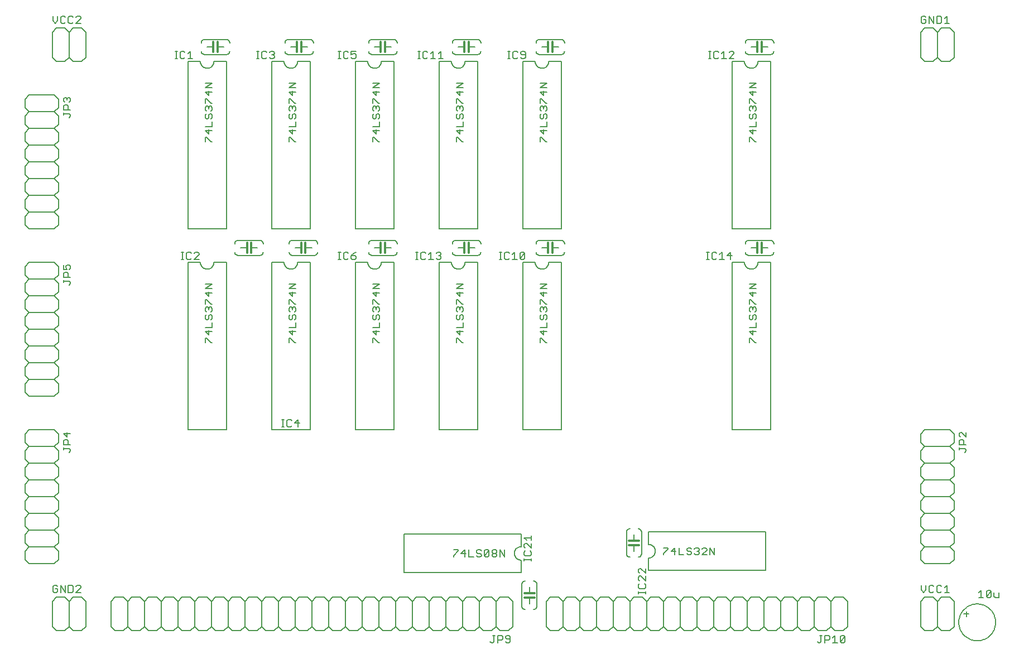
<source format=gto>
G75*
%MOIN*%
%OFA0B0*%
%FSLAX24Y24*%
%IPPOS*%
%LPD*%
%AMOC8*
5,1,8,0,0,1.08239X$1,22.5*
%
%ADD10C,0.0080*%
%ADD11C,0.0120*%
D10*
X006890Y006015D02*
X006890Y007515D01*
X007140Y007765D01*
X007640Y007765D01*
X007890Y007515D01*
X007890Y006015D01*
X008140Y005765D01*
X008640Y005765D01*
X008890Y006015D01*
X008890Y007515D01*
X008640Y007765D01*
X008140Y007765D01*
X007890Y007515D01*
X007851Y008055D02*
X008061Y008055D01*
X008131Y008125D01*
X008131Y008405D01*
X008061Y008475D01*
X007851Y008475D01*
X007851Y008055D01*
X007671Y008055D02*
X007671Y008475D01*
X007390Y008475D02*
X007671Y008055D01*
X007390Y008055D02*
X007390Y008475D01*
X007210Y008405D02*
X007140Y008475D01*
X007000Y008475D01*
X006930Y008405D01*
X006930Y008125D01*
X007000Y008055D01*
X007140Y008055D01*
X007210Y008125D01*
X007210Y008265D01*
X007070Y008265D01*
X008311Y008405D02*
X008381Y008475D01*
X008521Y008475D01*
X008591Y008405D01*
X008591Y008335D01*
X008311Y008055D01*
X008591Y008055D01*
X010390Y007515D02*
X010390Y006015D01*
X010640Y005765D01*
X011140Y005765D01*
X011390Y006015D01*
X011390Y007515D01*
X011140Y007765D01*
X010640Y007765D01*
X010390Y007515D01*
X011390Y007515D02*
X011640Y007765D01*
X012140Y007765D01*
X012390Y007515D01*
X012390Y006015D01*
X012140Y005765D01*
X011640Y005765D01*
X011390Y006015D01*
X012390Y006015D02*
X012640Y005765D01*
X013140Y005765D01*
X013390Y006015D01*
X013390Y007515D01*
X013140Y007765D01*
X012640Y007765D01*
X012390Y007515D01*
X013390Y007515D02*
X013640Y007765D01*
X014140Y007765D01*
X014390Y007515D01*
X014390Y006015D01*
X014140Y005765D01*
X013640Y005765D01*
X013390Y006015D01*
X014390Y006015D02*
X014640Y005765D01*
X015140Y005765D01*
X015390Y006015D01*
X015390Y007515D01*
X015140Y007765D01*
X014640Y007765D01*
X014390Y007515D01*
X015390Y007515D02*
X015640Y007765D01*
X016140Y007765D01*
X016390Y007515D01*
X016390Y006015D01*
X016140Y005765D01*
X015640Y005765D01*
X015390Y006015D01*
X016390Y006015D02*
X016640Y005765D01*
X017140Y005765D01*
X017390Y006015D01*
X017390Y007515D01*
X017640Y007765D01*
X018140Y007765D01*
X018390Y007515D01*
X018390Y006015D01*
X018140Y005765D01*
X017640Y005765D01*
X017390Y006015D01*
X018390Y006015D02*
X018640Y005765D01*
X019140Y005765D01*
X019390Y006015D01*
X019390Y007515D01*
X019640Y007765D01*
X020140Y007765D01*
X020390Y007515D01*
X020390Y006015D01*
X020140Y005765D01*
X019640Y005765D01*
X019390Y006015D01*
X020390Y006015D02*
X020640Y005765D01*
X021140Y005765D01*
X021390Y006015D01*
X021390Y007515D01*
X021640Y007765D01*
X022140Y007765D01*
X022390Y007515D01*
X022390Y006015D01*
X022140Y005765D01*
X021640Y005765D01*
X021390Y006015D01*
X022390Y006015D02*
X022640Y005765D01*
X023140Y005765D01*
X023390Y006015D01*
X023390Y007515D01*
X023640Y007765D01*
X024140Y007765D01*
X024390Y007515D01*
X024390Y006015D01*
X024140Y005765D01*
X023640Y005765D01*
X023390Y006015D01*
X024390Y006015D02*
X024640Y005765D01*
X025140Y005765D01*
X025390Y006015D01*
X025390Y007515D01*
X025640Y007765D01*
X026140Y007765D01*
X026390Y007515D01*
X026390Y006015D01*
X026140Y005765D01*
X025640Y005765D01*
X025390Y006015D01*
X026390Y006015D02*
X026640Y005765D01*
X027140Y005765D01*
X027390Y006015D01*
X027390Y007515D01*
X027640Y007765D01*
X028140Y007765D01*
X028390Y007515D01*
X028390Y006015D01*
X028140Y005765D01*
X027640Y005765D01*
X027390Y006015D01*
X028390Y006015D02*
X028640Y005765D01*
X029140Y005765D01*
X029390Y006015D01*
X029390Y007515D01*
X029140Y007765D01*
X028640Y007765D01*
X028390Y007515D01*
X029390Y007515D02*
X029640Y007765D01*
X030140Y007765D01*
X030390Y007515D01*
X030390Y006015D01*
X030140Y005765D01*
X029640Y005765D01*
X029390Y006015D01*
X030390Y006015D02*
X030640Y005765D01*
X031140Y005765D01*
X031390Y006015D01*
X031390Y007515D01*
X031140Y007765D01*
X030640Y007765D01*
X030390Y007515D01*
X031390Y007515D02*
X031640Y007765D01*
X032140Y007765D01*
X032390Y007515D01*
X032390Y006015D01*
X032140Y005765D01*
X031640Y005765D01*
X031390Y006015D01*
X032390Y006015D02*
X032640Y005765D01*
X033140Y005765D01*
X033390Y006015D01*
X033390Y007515D01*
X033140Y007765D01*
X032640Y007765D01*
X032390Y007515D01*
X033390Y007515D02*
X033640Y007765D01*
X034140Y007765D01*
X034390Y007515D01*
X034390Y006015D01*
X034140Y005765D01*
X033640Y005765D01*
X033390Y006015D01*
X033329Y005475D02*
X033189Y005475D01*
X033259Y005475D02*
X033259Y005125D01*
X033189Y005055D01*
X033119Y005055D01*
X033049Y005125D01*
X033509Y005055D02*
X033509Y005475D01*
X033719Y005475D01*
X033789Y005405D01*
X033789Y005265D01*
X033719Y005195D01*
X033509Y005195D01*
X033970Y005125D02*
X034040Y005055D01*
X034180Y005055D01*
X034250Y005125D01*
X034250Y005405D01*
X034180Y005475D01*
X034040Y005475D01*
X033970Y005405D01*
X033970Y005335D01*
X034040Y005265D01*
X034250Y005265D01*
X036390Y006015D02*
X036390Y007515D01*
X036640Y007765D01*
X037140Y007765D01*
X037390Y007515D01*
X037390Y006015D01*
X037140Y005765D01*
X036640Y005765D01*
X036390Y006015D01*
X037390Y006015D02*
X037640Y005765D01*
X038140Y005765D01*
X038390Y006015D01*
X038390Y007515D01*
X038140Y007765D01*
X037640Y007765D01*
X037390Y007515D01*
X038390Y007515D02*
X038640Y007765D01*
X039140Y007765D01*
X039390Y007515D01*
X039390Y006015D01*
X039140Y005765D01*
X038640Y005765D01*
X038390Y006015D01*
X039390Y006015D02*
X039640Y005765D01*
X040140Y005765D01*
X040390Y006015D01*
X040390Y007515D01*
X040640Y007765D01*
X041140Y007765D01*
X041390Y007515D01*
X041390Y006015D01*
X041140Y005765D01*
X040640Y005765D01*
X040390Y006015D01*
X041390Y006015D02*
X041640Y005765D01*
X042140Y005765D01*
X042390Y006015D01*
X042390Y007515D01*
X042640Y007765D01*
X043140Y007765D01*
X043390Y007515D01*
X043390Y006015D01*
X043140Y005765D01*
X042640Y005765D01*
X042390Y006015D01*
X043390Y006015D02*
X043640Y005765D01*
X044140Y005765D01*
X044390Y006015D01*
X044390Y007515D01*
X044640Y007765D01*
X045140Y007765D01*
X045390Y007515D01*
X045390Y006015D01*
X045140Y005765D01*
X044640Y005765D01*
X044390Y006015D01*
X045390Y006015D02*
X045640Y005765D01*
X046140Y005765D01*
X046390Y006015D01*
X046390Y007515D01*
X046640Y007765D01*
X047140Y007765D01*
X047390Y007515D01*
X047390Y006015D01*
X047140Y005765D01*
X046640Y005765D01*
X046390Y006015D01*
X047390Y006015D02*
X047640Y005765D01*
X048140Y005765D01*
X048390Y006015D01*
X048390Y007515D01*
X048140Y007765D01*
X047640Y007765D01*
X047390Y007515D01*
X046390Y007515D02*
X046140Y007765D01*
X045640Y007765D01*
X045390Y007515D01*
X044390Y007515D02*
X044140Y007765D01*
X043640Y007765D01*
X043390Y007515D01*
X042390Y007515D02*
X042140Y007765D01*
X041640Y007765D01*
X041390Y007515D01*
X041905Y007980D02*
X041905Y008120D01*
X041905Y008050D02*
X042325Y008050D01*
X042325Y007980D02*
X042325Y008120D01*
X042255Y008287D02*
X042325Y008357D01*
X042325Y008497D01*
X042255Y008567D01*
X042325Y008747D02*
X042045Y009028D01*
X041975Y009028D01*
X041905Y008958D01*
X041905Y008817D01*
X041975Y008747D01*
X041975Y008567D02*
X041905Y008497D01*
X041905Y008357D01*
X041975Y008287D01*
X042255Y008287D01*
X042325Y008747D02*
X042325Y009028D01*
X042325Y009208D02*
X042045Y009488D01*
X041975Y009488D01*
X041905Y009418D01*
X041905Y009278D01*
X041975Y009208D01*
X042325Y009208D02*
X042325Y009488D01*
X042515Y009365D02*
X042515Y010115D01*
X042554Y010117D01*
X042593Y010123D01*
X042631Y010132D01*
X042668Y010145D01*
X042704Y010162D01*
X042737Y010182D01*
X042769Y010206D01*
X042798Y010232D01*
X042824Y010261D01*
X042848Y010293D01*
X042868Y010326D01*
X042885Y010362D01*
X042898Y010399D01*
X042907Y010437D01*
X042913Y010476D01*
X042915Y010515D01*
X042913Y010554D01*
X042907Y010593D01*
X042898Y010631D01*
X042885Y010668D01*
X042868Y010704D01*
X042848Y010737D01*
X042824Y010769D01*
X042798Y010798D01*
X042769Y010824D01*
X042737Y010848D01*
X042704Y010868D01*
X042668Y010885D01*
X042631Y010898D01*
X042593Y010907D01*
X042554Y010913D01*
X042515Y010915D01*
X042515Y011665D01*
X049515Y011665D01*
X049515Y009365D01*
X042515Y009365D01*
X042090Y010365D02*
X042090Y011665D01*
X042088Y011691D01*
X042083Y011717D01*
X042075Y011742D01*
X042063Y011765D01*
X042049Y011787D01*
X042031Y011806D01*
X042012Y011824D01*
X041990Y011838D01*
X041967Y011850D01*
X041942Y011858D01*
X041916Y011863D01*
X041890Y011865D01*
X041640Y011515D02*
X041640Y011135D01*
X041640Y010885D02*
X041640Y010515D01*
X041390Y010165D02*
X041364Y010167D01*
X041338Y010172D01*
X041313Y010180D01*
X041290Y010192D01*
X041268Y010206D01*
X041249Y010224D01*
X041231Y010243D01*
X041217Y010265D01*
X041205Y010288D01*
X041197Y010313D01*
X041192Y010339D01*
X041190Y010365D01*
X041190Y011665D01*
X041192Y011691D01*
X041197Y011717D01*
X041205Y011742D01*
X041217Y011765D01*
X041231Y011787D01*
X041249Y011806D01*
X041268Y011824D01*
X041290Y011838D01*
X041313Y011850D01*
X041338Y011858D01*
X041364Y011863D01*
X041390Y011865D01*
X043405Y010725D02*
X043685Y010725D01*
X043685Y010655D01*
X043405Y010375D01*
X043405Y010305D01*
X043865Y010515D02*
X044146Y010515D01*
X044076Y010305D02*
X044076Y010725D01*
X043865Y010515D01*
X044326Y010305D02*
X044606Y010305D01*
X044786Y010375D02*
X044856Y010305D01*
X044996Y010305D01*
X045066Y010375D01*
X045066Y010445D01*
X044996Y010515D01*
X044856Y010515D01*
X044786Y010585D01*
X044786Y010655D01*
X044856Y010725D01*
X044996Y010725D01*
X045066Y010655D01*
X045247Y010655D02*
X045317Y010725D01*
X045457Y010725D01*
X045527Y010655D01*
X045527Y010585D01*
X045457Y010515D01*
X045527Y010445D01*
X045527Y010375D01*
X045457Y010305D01*
X045317Y010305D01*
X045247Y010375D01*
X045387Y010515D02*
X045457Y010515D01*
X045707Y010655D02*
X045777Y010725D01*
X045917Y010725D01*
X045987Y010655D01*
X045987Y010585D01*
X045707Y010305D01*
X045987Y010305D01*
X046167Y010305D02*
X046167Y010725D01*
X046448Y010305D01*
X046448Y010725D01*
X044326Y010725D02*
X044326Y010305D01*
X042090Y010365D02*
X042088Y010339D01*
X042083Y010313D01*
X042075Y010288D01*
X042063Y010265D01*
X042049Y010243D01*
X042031Y010224D01*
X042012Y010206D01*
X041990Y010192D01*
X041967Y010180D01*
X041942Y010172D01*
X041916Y010167D01*
X041890Y010165D01*
X040140Y007765D02*
X039640Y007765D01*
X039390Y007515D01*
X040140Y007765D02*
X040390Y007515D01*
X035840Y007240D02*
X035840Y008540D01*
X035838Y008566D01*
X035833Y008592D01*
X035825Y008617D01*
X035813Y008640D01*
X035799Y008662D01*
X035781Y008681D01*
X035762Y008699D01*
X035740Y008713D01*
X035717Y008725D01*
X035692Y008733D01*
X035666Y008738D01*
X035640Y008740D01*
X035390Y008390D02*
X035390Y008010D01*
X035390Y007760D02*
X035390Y007390D01*
X035140Y007040D02*
X035114Y007042D01*
X035088Y007047D01*
X035063Y007055D01*
X035040Y007067D01*
X035018Y007081D01*
X034999Y007099D01*
X034981Y007118D01*
X034967Y007140D01*
X034955Y007163D01*
X034947Y007188D01*
X034942Y007214D01*
X034940Y007240D01*
X034940Y008540D01*
X034942Y008566D01*
X034947Y008592D01*
X034955Y008617D01*
X034967Y008640D01*
X034981Y008662D01*
X034999Y008681D01*
X035018Y008699D01*
X035040Y008713D01*
X035063Y008725D01*
X035088Y008733D01*
X035114Y008738D01*
X035140Y008740D01*
X034890Y009240D02*
X034890Y009990D01*
X035080Y010012D02*
X035500Y010012D01*
X035500Y009942D02*
X035500Y010082D01*
X035430Y010249D02*
X035500Y010319D01*
X035500Y010459D01*
X035430Y010529D01*
X035500Y010709D02*
X035220Y010989D01*
X035150Y010989D01*
X035080Y010919D01*
X035080Y010779D01*
X035150Y010709D01*
X035150Y010529D02*
X035080Y010459D01*
X035080Y010319D01*
X035150Y010249D01*
X035430Y010249D01*
X035080Y010082D02*
X035080Y009942D01*
X034890Y009990D02*
X034851Y009992D01*
X034812Y009998D01*
X034774Y010007D01*
X034737Y010020D01*
X034701Y010037D01*
X034668Y010057D01*
X034636Y010081D01*
X034607Y010107D01*
X034581Y010136D01*
X034557Y010168D01*
X034537Y010201D01*
X034520Y010237D01*
X034507Y010274D01*
X034498Y010312D01*
X034492Y010351D01*
X034490Y010390D01*
X034492Y010429D01*
X034498Y010468D01*
X034507Y010506D01*
X034520Y010543D01*
X034537Y010579D01*
X034557Y010612D01*
X034581Y010644D01*
X034607Y010673D01*
X034636Y010699D01*
X034668Y010723D01*
X034701Y010743D01*
X034737Y010760D01*
X034774Y010773D01*
X034812Y010782D01*
X034851Y010788D01*
X034890Y010790D01*
X034890Y011540D01*
X027890Y011540D01*
X027890Y009240D01*
X034890Y009240D01*
X033900Y010180D02*
X033900Y010600D01*
X033620Y010600D02*
X033900Y010180D01*
X033620Y010180D02*
X033620Y010600D01*
X033439Y010530D02*
X033439Y010460D01*
X033369Y010390D01*
X033229Y010390D01*
X033159Y010460D01*
X033159Y010530D01*
X033229Y010600D01*
X033369Y010600D01*
X033439Y010530D01*
X033369Y010390D02*
X033439Y010320D01*
X033439Y010250D01*
X033369Y010180D01*
X033229Y010180D01*
X033159Y010250D01*
X033159Y010320D01*
X033229Y010390D01*
X032979Y010250D02*
X032909Y010180D01*
X032769Y010180D01*
X032699Y010250D01*
X032979Y010530D01*
X032979Y010250D01*
X032699Y010250D02*
X032699Y010530D01*
X032769Y010600D01*
X032909Y010600D01*
X032979Y010530D01*
X032519Y010530D02*
X032449Y010600D01*
X032308Y010600D01*
X032238Y010530D01*
X032238Y010460D01*
X032308Y010390D01*
X032449Y010390D01*
X032519Y010320D01*
X032519Y010250D01*
X032449Y010180D01*
X032308Y010180D01*
X032238Y010250D01*
X032058Y010180D02*
X031778Y010180D01*
X031778Y010600D01*
X031528Y010600D02*
X031318Y010390D01*
X031598Y010390D01*
X031528Y010180D02*
X031528Y010600D01*
X031137Y010600D02*
X031137Y010530D01*
X030857Y010250D01*
X030857Y010180D01*
X030857Y010600D02*
X031137Y010600D01*
X035080Y011310D02*
X035500Y011310D01*
X035500Y011170D02*
X035500Y011450D01*
X035220Y011170D02*
X035080Y011310D01*
X035500Y010989D02*
X035500Y010709D01*
X035840Y007240D02*
X035838Y007214D01*
X035833Y007188D01*
X035825Y007163D01*
X035813Y007140D01*
X035799Y007118D01*
X035781Y007099D01*
X035762Y007081D01*
X035740Y007067D01*
X035717Y007055D01*
X035692Y007047D01*
X035666Y007042D01*
X035640Y007040D01*
X027390Y007515D02*
X027140Y007765D01*
X026640Y007765D01*
X026390Y007515D01*
X025390Y007515D02*
X025140Y007765D01*
X024640Y007765D01*
X024390Y007515D01*
X023390Y007515D02*
X023140Y007765D01*
X022640Y007765D01*
X022390Y007515D01*
X021390Y007515D02*
X021140Y007765D01*
X020640Y007765D01*
X020390Y007515D01*
X019390Y007515D02*
X019140Y007765D01*
X018640Y007765D01*
X018390Y007515D01*
X017390Y007515D02*
X017140Y007765D01*
X016640Y007765D01*
X016390Y007515D01*
X007890Y006015D02*
X007640Y005765D01*
X007140Y005765D01*
X006890Y006015D01*
X007015Y009765D02*
X005515Y009765D01*
X005265Y010015D01*
X005265Y010515D01*
X005515Y010765D01*
X007015Y010765D01*
X007265Y010515D01*
X007265Y010015D01*
X007015Y009765D01*
X007015Y010765D02*
X007265Y011015D01*
X007265Y011515D01*
X007015Y011765D01*
X005515Y011765D01*
X005265Y011515D01*
X005265Y011015D01*
X005515Y010765D01*
X005515Y011765D02*
X005265Y012015D01*
X005265Y012515D01*
X005515Y012765D01*
X007015Y012765D01*
X007265Y012515D01*
X007265Y012015D01*
X007015Y011765D01*
X007015Y012765D02*
X007265Y013015D01*
X007265Y013515D01*
X007015Y013765D01*
X005515Y013765D01*
X005265Y013515D01*
X005265Y013015D01*
X005515Y012765D01*
X005515Y013765D02*
X005265Y014015D01*
X005265Y014515D01*
X005515Y014765D01*
X007015Y014765D01*
X007265Y014515D01*
X007265Y014015D01*
X007015Y013765D01*
X007015Y014765D02*
X007265Y015015D01*
X007265Y015515D01*
X007015Y015765D01*
X005515Y015765D01*
X005265Y015515D01*
X005265Y015015D01*
X005515Y014765D01*
X005515Y015765D02*
X005265Y016015D01*
X005265Y016515D01*
X005515Y016765D01*
X007015Y016765D01*
X007265Y016515D01*
X007265Y016015D01*
X007015Y015765D01*
X007555Y016564D02*
X007555Y016704D01*
X007555Y016634D02*
X007905Y016634D01*
X007975Y016564D01*
X007975Y016494D01*
X007905Y016424D01*
X007975Y016884D02*
X007555Y016884D01*
X007555Y017094D01*
X007625Y017164D01*
X007765Y017164D01*
X007835Y017094D01*
X007835Y016884D01*
X007765Y017345D02*
X007765Y017625D01*
X007975Y017555D02*
X007555Y017555D01*
X007765Y017345D01*
X007265Y017515D02*
X007015Y017765D01*
X005515Y017765D01*
X005265Y017515D01*
X005265Y017015D01*
X005515Y016765D01*
X007015Y016765D02*
X007265Y017015D01*
X007265Y017515D01*
X007015Y019765D02*
X005515Y019765D01*
X005265Y020015D01*
X005265Y020515D01*
X005515Y020765D01*
X007015Y020765D01*
X007265Y020515D01*
X007265Y020015D01*
X007015Y019765D01*
X007015Y020765D02*
X007265Y021015D01*
X007265Y021515D01*
X007015Y021765D01*
X005515Y021765D01*
X005265Y021515D01*
X005265Y021015D01*
X005515Y020765D01*
X005515Y021765D02*
X005265Y022015D01*
X005265Y022515D01*
X005515Y022765D01*
X007015Y022765D01*
X007265Y022515D01*
X007265Y022015D01*
X007015Y021765D01*
X007015Y022765D02*
X007265Y023015D01*
X007265Y023515D01*
X007015Y023765D01*
X005515Y023765D01*
X005265Y023515D01*
X005265Y023015D01*
X005515Y022765D01*
X005515Y023765D02*
X005265Y024015D01*
X005265Y024515D01*
X005515Y024765D01*
X007015Y024765D01*
X007265Y024515D01*
X007265Y024015D01*
X007015Y023765D01*
X007015Y024765D02*
X007265Y025015D01*
X007265Y025515D01*
X007015Y025765D01*
X005515Y025765D01*
X005265Y025515D01*
X005265Y025015D01*
X005515Y024765D01*
X005515Y025765D02*
X005265Y026015D01*
X005265Y026515D01*
X005515Y026765D01*
X007015Y026765D01*
X007265Y026515D01*
X007265Y026015D01*
X007015Y025765D01*
X007555Y026564D02*
X007555Y026704D01*
X007555Y026634D02*
X007905Y026634D01*
X007975Y026564D01*
X007975Y026494D01*
X007905Y026424D01*
X007975Y026884D02*
X007555Y026884D01*
X007555Y027094D01*
X007625Y027164D01*
X007765Y027164D01*
X007835Y027094D01*
X007835Y026884D01*
X007905Y027345D02*
X007975Y027415D01*
X007975Y027555D01*
X007905Y027625D01*
X007765Y027625D01*
X007695Y027555D01*
X007695Y027485D01*
X007765Y027345D01*
X007555Y027345D01*
X007555Y027625D01*
X007265Y027515D02*
X007265Y027015D01*
X007015Y026765D01*
X007265Y027515D02*
X007015Y027765D01*
X005515Y027765D01*
X005265Y027515D01*
X005265Y027015D01*
X005515Y026765D01*
X005515Y029765D02*
X007015Y029765D01*
X007265Y030015D01*
X007265Y030515D01*
X007015Y030765D01*
X005515Y030765D01*
X005265Y030515D01*
X005265Y030015D01*
X005515Y029765D01*
X005515Y030765D02*
X005265Y031015D01*
X005265Y031515D01*
X005515Y031765D01*
X007015Y031765D01*
X007265Y031515D01*
X007265Y031015D01*
X007015Y030765D01*
X007015Y031765D02*
X007265Y032015D01*
X007265Y032515D01*
X007015Y032765D01*
X005515Y032765D01*
X005265Y032515D01*
X005265Y032015D01*
X005515Y031765D01*
X005515Y032765D02*
X005265Y033015D01*
X005265Y033515D01*
X005515Y033765D01*
X007015Y033765D01*
X007265Y033515D01*
X007265Y033015D01*
X007015Y032765D01*
X007015Y033765D02*
X007265Y034015D01*
X007265Y034515D01*
X007015Y034765D01*
X005515Y034765D01*
X005265Y034515D01*
X005265Y034015D01*
X005515Y033765D01*
X005515Y034765D02*
X005265Y035015D01*
X005265Y035515D01*
X005515Y035765D01*
X007015Y035765D01*
X007265Y035515D01*
X007265Y035015D01*
X007015Y034765D01*
X007015Y035765D02*
X007265Y036015D01*
X007265Y036515D01*
X007015Y036765D01*
X005515Y036765D01*
X005265Y036515D01*
X005265Y036015D01*
X005515Y035765D01*
X005515Y036765D02*
X005265Y037015D01*
X005265Y037515D01*
X005515Y037765D01*
X007015Y037765D01*
X007265Y037515D01*
X007265Y037015D01*
X007015Y036765D01*
X007555Y036704D02*
X007555Y036564D01*
X007555Y036634D02*
X007905Y036634D01*
X007975Y036564D01*
X007975Y036494D01*
X007905Y036424D01*
X007975Y036884D02*
X007555Y036884D01*
X007555Y037094D01*
X007625Y037164D01*
X007765Y037164D01*
X007835Y037094D01*
X007835Y036884D01*
X007905Y037345D02*
X007975Y037415D01*
X007975Y037555D01*
X007905Y037625D01*
X007835Y037625D01*
X007765Y037555D01*
X007765Y037485D01*
X007765Y037555D02*
X007695Y037625D01*
X007625Y037625D01*
X007555Y037555D01*
X007555Y037415D01*
X007625Y037345D01*
X007640Y039765D02*
X007140Y039765D01*
X006890Y040015D01*
X006890Y041515D01*
X007140Y041765D01*
X007640Y041765D01*
X007890Y041515D01*
X007890Y040015D01*
X008140Y039765D01*
X008640Y039765D01*
X008890Y040015D01*
X008890Y041515D01*
X008640Y041765D01*
X008140Y041765D01*
X007890Y041515D01*
X007921Y042055D02*
X008061Y042055D01*
X008131Y042125D01*
X008311Y042055D02*
X008591Y042335D01*
X008591Y042405D01*
X008521Y042475D01*
X008381Y042475D01*
X008311Y042405D01*
X008131Y042405D02*
X008061Y042475D01*
X007921Y042475D01*
X007851Y042405D01*
X007851Y042125D01*
X007921Y042055D01*
X007671Y042125D02*
X007601Y042055D01*
X007460Y042055D01*
X007390Y042125D01*
X007390Y042405D01*
X007460Y042475D01*
X007601Y042475D01*
X007671Y042405D01*
X007210Y042475D02*
X007210Y042195D01*
X007070Y042055D01*
X006930Y042195D01*
X006930Y042475D01*
X008311Y042055D02*
X008591Y042055D01*
X007890Y040015D02*
X007640Y039765D01*
X014230Y039955D02*
X014370Y039955D01*
X014300Y039955D02*
X014300Y040375D01*
X014230Y040375D02*
X014370Y040375D01*
X014537Y040305D02*
X014537Y040025D01*
X014607Y039955D01*
X014747Y039955D01*
X014817Y040025D01*
X014997Y039955D02*
X015278Y039955D01*
X015137Y039955D02*
X015137Y040375D01*
X014997Y040235D01*
X014817Y040305D02*
X014747Y040375D01*
X014607Y040375D01*
X014537Y040305D01*
X014990Y039765D02*
X015740Y039765D01*
X015742Y039726D01*
X015748Y039687D01*
X015757Y039649D01*
X015770Y039612D01*
X015787Y039576D01*
X015807Y039543D01*
X015831Y039511D01*
X015857Y039482D01*
X015886Y039456D01*
X015918Y039432D01*
X015951Y039412D01*
X015987Y039395D01*
X016024Y039382D01*
X016062Y039373D01*
X016101Y039367D01*
X016140Y039365D01*
X016179Y039367D01*
X016218Y039373D01*
X016256Y039382D01*
X016293Y039395D01*
X016329Y039412D01*
X016362Y039432D01*
X016394Y039456D01*
X016423Y039482D01*
X016449Y039511D01*
X016473Y039543D01*
X016493Y039576D01*
X016510Y039612D01*
X016523Y039649D01*
X016532Y039687D01*
X016538Y039726D01*
X016540Y039765D01*
X017290Y039765D01*
X017290Y029765D01*
X014990Y029765D01*
X014990Y039765D01*
X015990Y040190D02*
X017290Y040190D01*
X017316Y040192D01*
X017342Y040197D01*
X017367Y040205D01*
X017390Y040217D01*
X017412Y040231D01*
X017431Y040249D01*
X017449Y040268D01*
X017463Y040290D01*
X017475Y040313D01*
X017483Y040338D01*
X017488Y040364D01*
X017490Y040390D01*
X017140Y040640D02*
X016760Y040640D01*
X016510Y040640D02*
X016140Y040640D01*
X015790Y040390D02*
X015792Y040364D01*
X015797Y040338D01*
X015805Y040313D01*
X015817Y040290D01*
X015831Y040268D01*
X015849Y040249D01*
X015868Y040231D01*
X015890Y040217D01*
X015913Y040205D01*
X015938Y040197D01*
X015964Y040192D01*
X015990Y040190D01*
X015790Y040890D02*
X015792Y040916D01*
X015797Y040942D01*
X015805Y040967D01*
X015817Y040990D01*
X015831Y041012D01*
X015849Y041031D01*
X015868Y041049D01*
X015890Y041063D01*
X015913Y041075D01*
X015938Y041083D01*
X015964Y041088D01*
X015990Y041090D01*
X017290Y041090D01*
X017316Y041088D01*
X017342Y041083D01*
X017367Y041075D01*
X017390Y041063D01*
X017412Y041049D01*
X017431Y041031D01*
X017449Y041012D01*
X017463Y040990D01*
X017475Y040967D01*
X017483Y040942D01*
X017488Y040916D01*
X017490Y040890D01*
X019105Y040375D02*
X019245Y040375D01*
X019175Y040375D02*
X019175Y039955D01*
X019105Y039955D02*
X019245Y039955D01*
X019412Y040025D02*
X019482Y039955D01*
X019622Y039955D01*
X019692Y040025D01*
X019872Y040025D02*
X019942Y039955D01*
X020083Y039955D01*
X020153Y040025D01*
X020153Y040095D01*
X020083Y040165D01*
X020012Y040165D01*
X020083Y040165D02*
X020153Y040235D01*
X020153Y040305D01*
X020083Y040375D01*
X019942Y040375D01*
X019872Y040305D01*
X019692Y040305D02*
X019622Y040375D01*
X019482Y040375D01*
X019412Y040305D01*
X019412Y040025D01*
X019990Y039765D02*
X020740Y039765D01*
X020742Y039726D01*
X020748Y039687D01*
X020757Y039649D01*
X020770Y039612D01*
X020787Y039576D01*
X020807Y039543D01*
X020831Y039511D01*
X020857Y039482D01*
X020886Y039456D01*
X020918Y039432D01*
X020951Y039412D01*
X020987Y039395D01*
X021024Y039382D01*
X021062Y039373D01*
X021101Y039367D01*
X021140Y039365D01*
X021179Y039367D01*
X021218Y039373D01*
X021256Y039382D01*
X021293Y039395D01*
X021329Y039412D01*
X021362Y039432D01*
X021394Y039456D01*
X021423Y039482D01*
X021449Y039511D01*
X021473Y039543D01*
X021493Y039576D01*
X021510Y039612D01*
X021523Y039649D01*
X021532Y039687D01*
X021538Y039726D01*
X021540Y039765D01*
X022290Y039765D01*
X022290Y029765D01*
X019990Y029765D01*
X019990Y039765D01*
X020990Y040190D02*
X022290Y040190D01*
X022316Y040192D01*
X022342Y040197D01*
X022367Y040205D01*
X022390Y040217D01*
X022412Y040231D01*
X022431Y040249D01*
X022449Y040268D01*
X022463Y040290D01*
X022475Y040313D01*
X022483Y040338D01*
X022488Y040364D01*
X022490Y040390D01*
X022140Y040640D02*
X021760Y040640D01*
X021510Y040640D02*
X021140Y040640D01*
X020790Y040390D02*
X020792Y040364D01*
X020797Y040338D01*
X020805Y040313D01*
X020817Y040290D01*
X020831Y040268D01*
X020849Y040249D01*
X020868Y040231D01*
X020890Y040217D01*
X020913Y040205D01*
X020938Y040197D01*
X020964Y040192D01*
X020990Y040190D01*
X020790Y040890D02*
X020792Y040916D01*
X020797Y040942D01*
X020805Y040967D01*
X020817Y040990D01*
X020831Y041012D01*
X020849Y041031D01*
X020868Y041049D01*
X020890Y041063D01*
X020913Y041075D01*
X020938Y041083D01*
X020964Y041088D01*
X020990Y041090D01*
X022290Y041090D01*
X022316Y041088D01*
X022342Y041083D01*
X022367Y041075D01*
X022390Y041063D01*
X022412Y041049D01*
X022431Y041031D01*
X022449Y041012D01*
X022463Y040990D01*
X022475Y040967D01*
X022483Y040942D01*
X022488Y040916D01*
X022490Y040890D01*
X023980Y040375D02*
X024120Y040375D01*
X024050Y040375D02*
X024050Y039955D01*
X023980Y039955D02*
X024120Y039955D01*
X024287Y040025D02*
X024357Y039955D01*
X024497Y039955D01*
X024567Y040025D01*
X024747Y040025D02*
X024817Y039955D01*
X024958Y039955D01*
X025028Y040025D01*
X025028Y040165D01*
X024958Y040235D01*
X024887Y040235D01*
X024747Y040165D01*
X024747Y040375D01*
X025028Y040375D01*
X024567Y040305D02*
X024497Y040375D01*
X024357Y040375D01*
X024287Y040305D01*
X024287Y040025D01*
X024990Y039765D02*
X025740Y039765D01*
X025742Y039726D01*
X025748Y039687D01*
X025757Y039649D01*
X025770Y039612D01*
X025787Y039576D01*
X025807Y039543D01*
X025831Y039511D01*
X025857Y039482D01*
X025886Y039456D01*
X025918Y039432D01*
X025951Y039412D01*
X025987Y039395D01*
X026024Y039382D01*
X026062Y039373D01*
X026101Y039367D01*
X026140Y039365D01*
X026179Y039367D01*
X026218Y039373D01*
X026256Y039382D01*
X026293Y039395D01*
X026329Y039412D01*
X026362Y039432D01*
X026394Y039456D01*
X026423Y039482D01*
X026449Y039511D01*
X026473Y039543D01*
X026493Y039576D01*
X026510Y039612D01*
X026523Y039649D01*
X026532Y039687D01*
X026538Y039726D01*
X026540Y039765D01*
X027290Y039765D01*
X027290Y029765D01*
X024990Y029765D01*
X024990Y039765D01*
X025990Y040190D02*
X027290Y040190D01*
X027316Y040192D01*
X027342Y040197D01*
X027367Y040205D01*
X027390Y040217D01*
X027412Y040231D01*
X027431Y040249D01*
X027449Y040268D01*
X027463Y040290D01*
X027475Y040313D01*
X027483Y040338D01*
X027488Y040364D01*
X027490Y040390D01*
X027140Y040640D02*
X026760Y040640D01*
X026510Y040640D02*
X026140Y040640D01*
X025790Y040390D02*
X025792Y040364D01*
X025797Y040338D01*
X025805Y040313D01*
X025817Y040290D01*
X025831Y040268D01*
X025849Y040249D01*
X025868Y040231D01*
X025890Y040217D01*
X025913Y040205D01*
X025938Y040197D01*
X025964Y040192D01*
X025990Y040190D01*
X025790Y040890D02*
X025792Y040916D01*
X025797Y040942D01*
X025805Y040967D01*
X025817Y040990D01*
X025831Y041012D01*
X025849Y041031D01*
X025868Y041049D01*
X025890Y041063D01*
X025913Y041075D01*
X025938Y041083D01*
X025964Y041088D01*
X025990Y041090D01*
X027290Y041090D01*
X027316Y041088D01*
X027342Y041083D01*
X027367Y041075D01*
X027390Y041063D01*
X027412Y041049D01*
X027431Y041031D01*
X027449Y041012D01*
X027463Y040990D01*
X027475Y040967D01*
X027483Y040942D01*
X027488Y040916D01*
X027490Y040890D01*
X028730Y040375D02*
X028870Y040375D01*
X028800Y040375D02*
X028800Y039955D01*
X028730Y039955D02*
X028870Y039955D01*
X029037Y040025D02*
X029107Y039955D01*
X029247Y039955D01*
X029317Y040025D01*
X029497Y039955D02*
X029778Y039955D01*
X029637Y039955D02*
X029637Y040375D01*
X029497Y040235D01*
X029317Y040305D02*
X029247Y040375D01*
X029107Y040375D01*
X029037Y040305D01*
X029037Y040025D01*
X029958Y039955D02*
X030238Y039955D01*
X030098Y039955D02*
X030098Y040375D01*
X029958Y040235D01*
X029990Y039765D02*
X030740Y039765D01*
X030742Y039726D01*
X030748Y039687D01*
X030757Y039649D01*
X030770Y039612D01*
X030787Y039576D01*
X030807Y039543D01*
X030831Y039511D01*
X030857Y039482D01*
X030886Y039456D01*
X030918Y039432D01*
X030951Y039412D01*
X030987Y039395D01*
X031024Y039382D01*
X031062Y039373D01*
X031101Y039367D01*
X031140Y039365D01*
X031179Y039367D01*
X031218Y039373D01*
X031256Y039382D01*
X031293Y039395D01*
X031329Y039412D01*
X031362Y039432D01*
X031394Y039456D01*
X031423Y039482D01*
X031449Y039511D01*
X031473Y039543D01*
X031493Y039576D01*
X031510Y039612D01*
X031523Y039649D01*
X031532Y039687D01*
X031538Y039726D01*
X031540Y039765D01*
X032290Y039765D01*
X032290Y029765D01*
X029990Y029765D01*
X029990Y039765D01*
X030990Y040190D02*
X032290Y040190D01*
X032316Y040192D01*
X032342Y040197D01*
X032367Y040205D01*
X032390Y040217D01*
X032412Y040231D01*
X032431Y040249D01*
X032449Y040268D01*
X032463Y040290D01*
X032475Y040313D01*
X032483Y040338D01*
X032488Y040364D01*
X032490Y040390D01*
X032140Y040640D02*
X031760Y040640D01*
X031510Y040640D02*
X031140Y040640D01*
X030790Y040390D02*
X030792Y040364D01*
X030797Y040338D01*
X030805Y040313D01*
X030817Y040290D01*
X030831Y040268D01*
X030849Y040249D01*
X030868Y040231D01*
X030890Y040217D01*
X030913Y040205D01*
X030938Y040197D01*
X030964Y040192D01*
X030990Y040190D01*
X030790Y040890D02*
X030792Y040916D01*
X030797Y040942D01*
X030805Y040967D01*
X030817Y040990D01*
X030831Y041012D01*
X030849Y041031D01*
X030868Y041049D01*
X030890Y041063D01*
X030913Y041075D01*
X030938Y041083D01*
X030964Y041088D01*
X030990Y041090D01*
X032290Y041090D01*
X032316Y041088D01*
X032342Y041083D01*
X032367Y041075D01*
X032390Y041063D01*
X032412Y041049D01*
X032431Y041031D01*
X032449Y041012D01*
X032463Y040990D01*
X032475Y040967D01*
X032483Y040942D01*
X032488Y040916D01*
X032490Y040890D01*
X034105Y040375D02*
X034245Y040375D01*
X034175Y040375D02*
X034175Y039955D01*
X034105Y039955D02*
X034245Y039955D01*
X034412Y040025D02*
X034482Y039955D01*
X034622Y039955D01*
X034692Y040025D01*
X034872Y040025D02*
X034942Y039955D01*
X035083Y039955D01*
X035153Y040025D01*
X035153Y040305D01*
X035083Y040375D01*
X034942Y040375D01*
X034872Y040305D01*
X034872Y040235D01*
X034942Y040165D01*
X035153Y040165D01*
X034990Y039765D02*
X035740Y039765D01*
X035742Y039726D01*
X035748Y039687D01*
X035757Y039649D01*
X035770Y039612D01*
X035787Y039576D01*
X035807Y039543D01*
X035831Y039511D01*
X035857Y039482D01*
X035886Y039456D01*
X035918Y039432D01*
X035951Y039412D01*
X035987Y039395D01*
X036024Y039382D01*
X036062Y039373D01*
X036101Y039367D01*
X036140Y039365D01*
X036179Y039367D01*
X036218Y039373D01*
X036256Y039382D01*
X036293Y039395D01*
X036329Y039412D01*
X036362Y039432D01*
X036394Y039456D01*
X036423Y039482D01*
X036449Y039511D01*
X036473Y039543D01*
X036493Y039576D01*
X036510Y039612D01*
X036523Y039649D01*
X036532Y039687D01*
X036538Y039726D01*
X036540Y039765D01*
X037290Y039765D01*
X037290Y029765D01*
X034990Y029765D01*
X034990Y039765D01*
X034692Y040305D02*
X034622Y040375D01*
X034482Y040375D01*
X034412Y040305D01*
X034412Y040025D01*
X035990Y040190D02*
X037290Y040190D01*
X037316Y040192D01*
X037342Y040197D01*
X037367Y040205D01*
X037390Y040217D01*
X037412Y040231D01*
X037431Y040249D01*
X037449Y040268D01*
X037463Y040290D01*
X037475Y040313D01*
X037483Y040338D01*
X037488Y040364D01*
X037490Y040390D01*
X037140Y040640D02*
X036760Y040640D01*
X036510Y040640D02*
X036140Y040640D01*
X035790Y040390D02*
X035792Y040364D01*
X035797Y040338D01*
X035805Y040313D01*
X035817Y040290D01*
X035831Y040268D01*
X035849Y040249D01*
X035868Y040231D01*
X035890Y040217D01*
X035913Y040205D01*
X035938Y040197D01*
X035964Y040192D01*
X035990Y040190D01*
X035790Y040890D02*
X035792Y040916D01*
X035797Y040942D01*
X035805Y040967D01*
X035817Y040990D01*
X035831Y041012D01*
X035849Y041031D01*
X035868Y041049D01*
X035890Y041063D01*
X035913Y041075D01*
X035938Y041083D01*
X035964Y041088D01*
X035990Y041090D01*
X037290Y041090D01*
X037316Y041088D01*
X037342Y041083D01*
X037367Y041075D01*
X037390Y041063D01*
X037412Y041049D01*
X037431Y041031D01*
X037449Y041012D01*
X037463Y040990D01*
X037475Y040967D01*
X037483Y040942D01*
X037488Y040916D01*
X037490Y040890D01*
X036450Y038475D02*
X036030Y038475D01*
X036030Y038195D02*
X036450Y038475D01*
X036450Y038195D02*
X036030Y038195D01*
X036030Y037944D02*
X036240Y037734D01*
X036240Y038014D01*
X036450Y037944D02*
X036030Y037944D01*
X036030Y037554D02*
X036100Y037554D01*
X036380Y037274D01*
X036450Y037274D01*
X036380Y037094D02*
X036450Y037024D01*
X036450Y036883D01*
X036380Y036813D01*
X036380Y036633D02*
X036450Y036563D01*
X036450Y036423D01*
X036380Y036353D01*
X036240Y036423D02*
X036170Y036353D01*
X036100Y036353D01*
X036030Y036423D01*
X036030Y036563D01*
X036100Y036633D01*
X036240Y036563D02*
X036310Y036633D01*
X036380Y036633D01*
X036240Y036563D02*
X036240Y036423D01*
X036450Y036173D02*
X036450Y035893D01*
X036030Y035893D01*
X036030Y035642D02*
X036240Y035432D01*
X036240Y035712D01*
X036450Y035642D02*
X036030Y035642D01*
X036030Y035252D02*
X036100Y035252D01*
X036380Y034972D01*
X036450Y034972D01*
X036030Y034972D02*
X036030Y035252D01*
X036100Y036813D02*
X036030Y036883D01*
X036030Y037024D01*
X036100Y037094D01*
X036170Y037094D01*
X036240Y037024D01*
X036310Y037094D01*
X036380Y037094D01*
X036240Y037024D02*
X036240Y036954D01*
X036030Y037274D02*
X036030Y037554D01*
X031450Y037274D02*
X031380Y037274D01*
X031100Y037554D01*
X031030Y037554D01*
X031030Y037274D01*
X031100Y037094D02*
X031170Y037094D01*
X031240Y037024D01*
X031310Y037094D01*
X031380Y037094D01*
X031450Y037024D01*
X031450Y036883D01*
X031380Y036813D01*
X031380Y036633D02*
X031450Y036563D01*
X031450Y036423D01*
X031380Y036353D01*
X031240Y036423D02*
X031240Y036563D01*
X031310Y036633D01*
X031380Y036633D01*
X031240Y036423D02*
X031170Y036353D01*
X031100Y036353D01*
X031030Y036423D01*
X031030Y036563D01*
X031100Y036633D01*
X031100Y036813D02*
X031030Y036883D01*
X031030Y037024D01*
X031100Y037094D01*
X031240Y037024D02*
X031240Y036954D01*
X031240Y037734D02*
X031240Y038014D01*
X031450Y037944D02*
X031030Y037944D01*
X031240Y037734D01*
X031450Y038195D02*
X031030Y038195D01*
X031450Y038475D01*
X031030Y038475D01*
X031450Y036173D02*
X031450Y035893D01*
X031030Y035893D01*
X031030Y035642D02*
X031240Y035432D01*
X031240Y035712D01*
X031450Y035642D02*
X031030Y035642D01*
X031030Y035252D02*
X031100Y035252D01*
X031380Y034972D01*
X031450Y034972D01*
X031030Y034972D02*
X031030Y035252D01*
X026450Y034972D02*
X026380Y034972D01*
X026100Y035252D01*
X026030Y035252D01*
X026030Y034972D01*
X026240Y035432D02*
X026240Y035712D01*
X026450Y035642D02*
X026030Y035642D01*
X026240Y035432D01*
X026030Y035893D02*
X026450Y035893D01*
X026450Y036173D01*
X026380Y036353D02*
X026450Y036423D01*
X026450Y036563D01*
X026380Y036633D01*
X026310Y036633D01*
X026240Y036563D01*
X026240Y036423D01*
X026170Y036353D01*
X026100Y036353D01*
X026030Y036423D01*
X026030Y036563D01*
X026100Y036633D01*
X026100Y036813D02*
X026030Y036883D01*
X026030Y037024D01*
X026100Y037094D01*
X026170Y037094D01*
X026240Y037024D01*
X026310Y037094D01*
X026380Y037094D01*
X026450Y037024D01*
X026450Y036883D01*
X026380Y036813D01*
X026240Y036954D02*
X026240Y037024D01*
X026380Y037274D02*
X026450Y037274D01*
X026380Y037274D02*
X026100Y037554D01*
X026030Y037554D01*
X026030Y037274D01*
X026240Y037734D02*
X026240Y038014D01*
X026450Y037944D02*
X026030Y037944D01*
X026240Y037734D01*
X026450Y038195D02*
X026030Y038195D01*
X026450Y038475D01*
X026030Y038475D01*
X021450Y038475D02*
X021030Y038475D01*
X021030Y038195D02*
X021450Y038475D01*
X021450Y038195D02*
X021030Y038195D01*
X021030Y037944D02*
X021240Y037734D01*
X021240Y038014D01*
X021450Y037944D02*
X021030Y037944D01*
X021030Y037554D02*
X021100Y037554D01*
X021380Y037274D01*
X021450Y037274D01*
X021380Y037094D02*
X021450Y037024D01*
X021450Y036883D01*
X021380Y036813D01*
X021380Y036633D02*
X021450Y036563D01*
X021450Y036423D01*
X021380Y036353D01*
X021240Y036423D02*
X021240Y036563D01*
X021310Y036633D01*
X021380Y036633D01*
X021240Y036423D02*
X021170Y036353D01*
X021100Y036353D01*
X021030Y036423D01*
X021030Y036563D01*
X021100Y036633D01*
X021100Y036813D02*
X021030Y036883D01*
X021030Y037024D01*
X021100Y037094D01*
X021170Y037094D01*
X021240Y037024D01*
X021310Y037094D01*
X021380Y037094D01*
X021240Y037024D02*
X021240Y036954D01*
X021030Y037274D02*
X021030Y037554D01*
X021450Y036173D02*
X021450Y035893D01*
X021030Y035893D01*
X021030Y035642D02*
X021240Y035432D01*
X021240Y035712D01*
X021450Y035642D02*
X021030Y035642D01*
X021030Y035252D02*
X021100Y035252D01*
X021380Y034972D01*
X021450Y034972D01*
X021030Y034972D02*
X021030Y035252D01*
X016450Y034972D02*
X016380Y034972D01*
X016100Y035252D01*
X016030Y035252D01*
X016030Y034972D01*
X016240Y035432D02*
X016240Y035712D01*
X016450Y035642D02*
X016030Y035642D01*
X016240Y035432D01*
X016030Y035893D02*
X016450Y035893D01*
X016450Y036173D01*
X016380Y036353D02*
X016450Y036423D01*
X016450Y036563D01*
X016380Y036633D01*
X016310Y036633D01*
X016240Y036563D01*
X016240Y036423D01*
X016170Y036353D01*
X016100Y036353D01*
X016030Y036423D01*
X016030Y036563D01*
X016100Y036633D01*
X016100Y036813D02*
X016030Y036883D01*
X016030Y037024D01*
X016100Y037094D01*
X016170Y037094D01*
X016240Y037024D01*
X016310Y037094D01*
X016380Y037094D01*
X016450Y037024D01*
X016450Y036883D01*
X016380Y036813D01*
X016240Y036954D02*
X016240Y037024D01*
X016380Y037274D02*
X016100Y037554D01*
X016030Y037554D01*
X016030Y037274D01*
X016380Y037274D02*
X016450Y037274D01*
X016240Y037734D02*
X016240Y038014D01*
X016450Y037944D02*
X016030Y037944D01*
X016240Y037734D01*
X016450Y038195D02*
X016030Y038195D01*
X016450Y038475D01*
X016030Y038475D01*
X017990Y029090D02*
X019290Y029090D01*
X019316Y029088D01*
X019342Y029083D01*
X019367Y029075D01*
X019390Y029063D01*
X019412Y029049D01*
X019431Y029031D01*
X019449Y029012D01*
X019463Y028990D01*
X019475Y028967D01*
X019483Y028942D01*
X019488Y028916D01*
X019490Y028890D01*
X019140Y028640D02*
X018770Y028640D01*
X018520Y028640D02*
X018140Y028640D01*
X017790Y028390D02*
X017792Y028364D01*
X017797Y028338D01*
X017805Y028313D01*
X017817Y028290D01*
X017831Y028268D01*
X017849Y028249D01*
X017868Y028231D01*
X017890Y028217D01*
X017913Y028205D01*
X017938Y028197D01*
X017964Y028192D01*
X017990Y028190D01*
X019290Y028190D01*
X019316Y028192D01*
X019342Y028197D01*
X019367Y028205D01*
X019390Y028217D01*
X019412Y028231D01*
X019431Y028249D01*
X019449Y028268D01*
X019463Y028290D01*
X019475Y028313D01*
X019483Y028338D01*
X019488Y028364D01*
X019490Y028390D01*
X019990Y027765D02*
X020740Y027765D01*
X020742Y027726D01*
X020748Y027687D01*
X020757Y027649D01*
X020770Y027612D01*
X020787Y027576D01*
X020807Y027543D01*
X020831Y027511D01*
X020857Y027482D01*
X020886Y027456D01*
X020918Y027432D01*
X020951Y027412D01*
X020987Y027395D01*
X021024Y027382D01*
X021062Y027373D01*
X021101Y027367D01*
X021140Y027365D01*
X021179Y027367D01*
X021218Y027373D01*
X021256Y027382D01*
X021293Y027395D01*
X021329Y027412D01*
X021362Y027432D01*
X021394Y027456D01*
X021423Y027482D01*
X021449Y027511D01*
X021473Y027543D01*
X021493Y027576D01*
X021510Y027612D01*
X021523Y027649D01*
X021532Y027687D01*
X021538Y027726D01*
X021540Y027765D01*
X022290Y027765D01*
X022290Y017765D01*
X019990Y017765D01*
X019990Y027765D01*
X021240Y028190D02*
X022540Y028190D01*
X022566Y028192D01*
X022592Y028197D01*
X022617Y028205D01*
X022640Y028217D01*
X022662Y028231D01*
X022681Y028249D01*
X022699Y028268D01*
X022713Y028290D01*
X022725Y028313D01*
X022733Y028338D01*
X022738Y028364D01*
X022740Y028390D01*
X022390Y028640D02*
X022010Y028640D01*
X021760Y028640D02*
X021390Y028640D01*
X021040Y028890D02*
X021042Y028916D01*
X021047Y028942D01*
X021055Y028967D01*
X021067Y028990D01*
X021081Y029012D01*
X021099Y029031D01*
X021118Y029049D01*
X021140Y029063D01*
X021163Y029075D01*
X021188Y029083D01*
X021214Y029088D01*
X021240Y029090D01*
X022540Y029090D01*
X022566Y029088D01*
X022592Y029083D01*
X022617Y029075D01*
X022640Y029063D01*
X022662Y029049D01*
X022681Y029031D01*
X022699Y029012D01*
X022713Y028990D01*
X022725Y028967D01*
X022733Y028942D01*
X022738Y028916D01*
X022740Y028890D01*
X023980Y028375D02*
X024120Y028375D01*
X024050Y028375D02*
X024050Y027955D01*
X023980Y027955D02*
X024120Y027955D01*
X024287Y028025D02*
X024357Y027955D01*
X024497Y027955D01*
X024567Y028025D01*
X024747Y028025D02*
X024817Y027955D01*
X024958Y027955D01*
X025028Y028025D01*
X025028Y028095D01*
X024958Y028165D01*
X024747Y028165D01*
X024747Y028025D01*
X024747Y028165D02*
X024887Y028305D01*
X025028Y028375D01*
X024567Y028305D02*
X024497Y028375D01*
X024357Y028375D01*
X024287Y028305D01*
X024287Y028025D01*
X024990Y027765D02*
X025740Y027765D01*
X025742Y027726D01*
X025748Y027687D01*
X025757Y027649D01*
X025770Y027612D01*
X025787Y027576D01*
X025807Y027543D01*
X025831Y027511D01*
X025857Y027482D01*
X025886Y027456D01*
X025918Y027432D01*
X025951Y027412D01*
X025987Y027395D01*
X026024Y027382D01*
X026062Y027373D01*
X026101Y027367D01*
X026140Y027365D01*
X026179Y027367D01*
X026218Y027373D01*
X026256Y027382D01*
X026293Y027395D01*
X026329Y027412D01*
X026362Y027432D01*
X026394Y027456D01*
X026423Y027482D01*
X026449Y027511D01*
X026473Y027543D01*
X026493Y027576D01*
X026510Y027612D01*
X026523Y027649D01*
X026532Y027687D01*
X026538Y027726D01*
X026540Y027765D01*
X027290Y027765D01*
X027290Y017765D01*
X024990Y017765D01*
X024990Y027765D01*
X025990Y028190D02*
X027290Y028190D01*
X027316Y028192D01*
X027342Y028197D01*
X027367Y028205D01*
X027390Y028217D01*
X027412Y028231D01*
X027431Y028249D01*
X027449Y028268D01*
X027463Y028290D01*
X027475Y028313D01*
X027483Y028338D01*
X027488Y028364D01*
X027490Y028390D01*
X027140Y028640D02*
X026760Y028640D01*
X026510Y028640D02*
X026140Y028640D01*
X025790Y028390D02*
X025792Y028364D01*
X025797Y028338D01*
X025805Y028313D01*
X025817Y028290D01*
X025831Y028268D01*
X025849Y028249D01*
X025868Y028231D01*
X025890Y028217D01*
X025913Y028205D01*
X025938Y028197D01*
X025964Y028192D01*
X025990Y028190D01*
X025790Y028890D02*
X025792Y028916D01*
X025797Y028942D01*
X025805Y028967D01*
X025817Y028990D01*
X025831Y029012D01*
X025849Y029031D01*
X025868Y029049D01*
X025890Y029063D01*
X025913Y029075D01*
X025938Y029083D01*
X025964Y029088D01*
X025990Y029090D01*
X027290Y029090D01*
X027316Y029088D01*
X027342Y029083D01*
X027367Y029075D01*
X027390Y029063D01*
X027412Y029049D01*
X027431Y029031D01*
X027449Y029012D01*
X027463Y028990D01*
X027475Y028967D01*
X027483Y028942D01*
X027488Y028916D01*
X027490Y028890D01*
X028605Y028375D02*
X028745Y028375D01*
X028675Y028375D02*
X028675Y027955D01*
X028605Y027955D02*
X028745Y027955D01*
X028912Y028025D02*
X028982Y027955D01*
X029122Y027955D01*
X029192Y028025D01*
X029372Y027955D02*
X029653Y027955D01*
X029512Y027955D02*
X029512Y028375D01*
X029372Y028235D01*
X029192Y028305D02*
X029122Y028375D01*
X028982Y028375D01*
X028912Y028305D01*
X028912Y028025D01*
X029833Y028025D02*
X029903Y027955D01*
X030043Y027955D01*
X030113Y028025D01*
X030113Y028095D01*
X030043Y028165D01*
X029973Y028165D01*
X030043Y028165D02*
X030113Y028235D01*
X030113Y028305D01*
X030043Y028375D01*
X029903Y028375D01*
X029833Y028305D01*
X029990Y027765D02*
X030740Y027765D01*
X030742Y027726D01*
X030748Y027687D01*
X030757Y027649D01*
X030770Y027612D01*
X030787Y027576D01*
X030807Y027543D01*
X030831Y027511D01*
X030857Y027482D01*
X030886Y027456D01*
X030918Y027432D01*
X030951Y027412D01*
X030987Y027395D01*
X031024Y027382D01*
X031062Y027373D01*
X031101Y027367D01*
X031140Y027365D01*
X031179Y027367D01*
X031218Y027373D01*
X031256Y027382D01*
X031293Y027395D01*
X031329Y027412D01*
X031362Y027432D01*
X031394Y027456D01*
X031423Y027482D01*
X031449Y027511D01*
X031473Y027543D01*
X031493Y027576D01*
X031510Y027612D01*
X031523Y027649D01*
X031532Y027687D01*
X031538Y027726D01*
X031540Y027765D01*
X032290Y027765D01*
X032290Y017765D01*
X029990Y017765D01*
X029990Y027765D01*
X030990Y028190D02*
X032290Y028190D01*
X032316Y028192D01*
X032342Y028197D01*
X032367Y028205D01*
X032390Y028217D01*
X032412Y028231D01*
X032431Y028249D01*
X032449Y028268D01*
X032463Y028290D01*
X032475Y028313D01*
X032483Y028338D01*
X032488Y028364D01*
X032490Y028390D01*
X032140Y028640D02*
X031760Y028640D01*
X031510Y028640D02*
X031140Y028640D01*
X030790Y028390D02*
X030792Y028364D01*
X030797Y028338D01*
X030805Y028313D01*
X030817Y028290D01*
X030831Y028268D01*
X030849Y028249D01*
X030868Y028231D01*
X030890Y028217D01*
X030913Y028205D01*
X030938Y028197D01*
X030964Y028192D01*
X030990Y028190D01*
X030790Y028890D02*
X030792Y028916D01*
X030797Y028942D01*
X030805Y028967D01*
X030817Y028990D01*
X030831Y029012D01*
X030849Y029031D01*
X030868Y029049D01*
X030890Y029063D01*
X030913Y029075D01*
X030938Y029083D01*
X030964Y029088D01*
X030990Y029090D01*
X032290Y029090D01*
X032316Y029088D01*
X032342Y029083D01*
X032367Y029075D01*
X032390Y029063D01*
X032412Y029049D01*
X032431Y029031D01*
X032449Y029012D01*
X032463Y028990D01*
X032475Y028967D01*
X032483Y028942D01*
X032488Y028916D01*
X032490Y028890D01*
X033605Y028375D02*
X033745Y028375D01*
X033675Y028375D02*
X033675Y027955D01*
X033605Y027955D02*
X033745Y027955D01*
X033912Y028025D02*
X033982Y027955D01*
X034122Y027955D01*
X034192Y028025D01*
X034372Y027955D02*
X034653Y027955D01*
X034512Y027955D02*
X034512Y028375D01*
X034372Y028235D01*
X034192Y028305D02*
X034122Y028375D01*
X033982Y028375D01*
X033912Y028305D01*
X033912Y028025D01*
X034833Y028025D02*
X035113Y028305D01*
X035113Y028025D01*
X035043Y027955D01*
X034903Y027955D01*
X034833Y028025D01*
X034833Y028305D01*
X034903Y028375D01*
X035043Y028375D01*
X035113Y028305D01*
X034990Y027765D02*
X035740Y027765D01*
X035742Y027726D01*
X035748Y027687D01*
X035757Y027649D01*
X035770Y027612D01*
X035787Y027576D01*
X035807Y027543D01*
X035831Y027511D01*
X035857Y027482D01*
X035886Y027456D01*
X035918Y027432D01*
X035951Y027412D01*
X035987Y027395D01*
X036024Y027382D01*
X036062Y027373D01*
X036101Y027367D01*
X036140Y027365D01*
X036179Y027367D01*
X036218Y027373D01*
X036256Y027382D01*
X036293Y027395D01*
X036329Y027412D01*
X036362Y027432D01*
X036394Y027456D01*
X036423Y027482D01*
X036449Y027511D01*
X036473Y027543D01*
X036493Y027576D01*
X036510Y027612D01*
X036523Y027649D01*
X036532Y027687D01*
X036538Y027726D01*
X036540Y027765D01*
X037290Y027765D01*
X037290Y017765D01*
X034990Y017765D01*
X034990Y027765D01*
X035990Y028190D02*
X037290Y028190D01*
X037316Y028192D01*
X037342Y028197D01*
X037367Y028205D01*
X037390Y028217D01*
X037412Y028231D01*
X037431Y028249D01*
X037449Y028268D01*
X037463Y028290D01*
X037475Y028313D01*
X037483Y028338D01*
X037488Y028364D01*
X037490Y028390D01*
X037140Y028640D02*
X036760Y028640D01*
X036510Y028640D02*
X036140Y028640D01*
X035790Y028390D02*
X035792Y028364D01*
X035797Y028338D01*
X035805Y028313D01*
X035817Y028290D01*
X035831Y028268D01*
X035849Y028249D01*
X035868Y028231D01*
X035890Y028217D01*
X035913Y028205D01*
X035938Y028197D01*
X035964Y028192D01*
X035990Y028190D01*
X035790Y028890D02*
X035792Y028916D01*
X035797Y028942D01*
X035805Y028967D01*
X035817Y028990D01*
X035831Y029012D01*
X035849Y029031D01*
X035868Y029049D01*
X035890Y029063D01*
X035913Y029075D01*
X035938Y029083D01*
X035964Y029088D01*
X035990Y029090D01*
X037290Y029090D01*
X037316Y029088D01*
X037342Y029083D01*
X037367Y029075D01*
X037390Y029063D01*
X037412Y029049D01*
X037431Y029031D01*
X037449Y029012D01*
X037463Y028990D01*
X037475Y028967D01*
X037483Y028942D01*
X037488Y028916D01*
X037490Y028890D01*
X036450Y026475D02*
X036030Y026475D01*
X036030Y026195D02*
X036450Y026475D01*
X036450Y026195D02*
X036030Y026195D01*
X036030Y025944D02*
X036240Y025734D01*
X036240Y026014D01*
X036450Y025944D02*
X036030Y025944D01*
X036030Y025554D02*
X036100Y025554D01*
X036380Y025274D01*
X036450Y025274D01*
X036380Y025094D02*
X036450Y025024D01*
X036450Y024883D01*
X036380Y024813D01*
X036380Y024633D02*
X036450Y024563D01*
X036450Y024423D01*
X036380Y024353D01*
X036240Y024423D02*
X036240Y024563D01*
X036310Y024633D01*
X036380Y024633D01*
X036240Y024423D02*
X036170Y024353D01*
X036100Y024353D01*
X036030Y024423D01*
X036030Y024563D01*
X036100Y024633D01*
X036100Y024813D02*
X036030Y024883D01*
X036030Y025024D01*
X036100Y025094D01*
X036170Y025094D01*
X036240Y025024D01*
X036310Y025094D01*
X036380Y025094D01*
X036240Y025024D02*
X036240Y024954D01*
X036030Y025274D02*
X036030Y025554D01*
X036450Y024173D02*
X036450Y023893D01*
X036030Y023893D01*
X036030Y023642D02*
X036240Y023432D01*
X036240Y023712D01*
X036450Y023642D02*
X036030Y023642D01*
X036030Y023252D02*
X036100Y023252D01*
X036380Y022972D01*
X036450Y022972D01*
X036030Y022972D02*
X036030Y023252D01*
X031450Y022972D02*
X031380Y022972D01*
X031100Y023252D01*
X031030Y023252D01*
X031030Y022972D01*
X031240Y023432D02*
X031240Y023712D01*
X031450Y023642D02*
X031030Y023642D01*
X031240Y023432D01*
X031030Y023893D02*
X031450Y023893D01*
X031450Y024173D01*
X031380Y024353D02*
X031450Y024423D01*
X031450Y024563D01*
X031380Y024633D01*
X031310Y024633D01*
X031240Y024563D01*
X031240Y024423D01*
X031170Y024353D01*
X031100Y024353D01*
X031030Y024423D01*
X031030Y024563D01*
X031100Y024633D01*
X031100Y024813D02*
X031030Y024883D01*
X031030Y025024D01*
X031100Y025094D01*
X031170Y025094D01*
X031240Y025024D01*
X031310Y025094D01*
X031380Y025094D01*
X031450Y025024D01*
X031450Y024883D01*
X031380Y024813D01*
X031240Y024954D02*
X031240Y025024D01*
X031380Y025274D02*
X031450Y025274D01*
X031380Y025274D02*
X031100Y025554D01*
X031030Y025554D01*
X031030Y025274D01*
X031240Y025734D02*
X031030Y025944D01*
X031450Y025944D01*
X031240Y026014D02*
X031240Y025734D01*
X031450Y026195D02*
X031030Y026195D01*
X031450Y026475D01*
X031030Y026475D01*
X026450Y026475D02*
X026030Y026475D01*
X026030Y026195D02*
X026450Y026475D01*
X026450Y026195D02*
X026030Y026195D01*
X026030Y025944D02*
X026240Y025734D01*
X026240Y026014D01*
X026450Y025944D02*
X026030Y025944D01*
X026030Y025554D02*
X026100Y025554D01*
X026380Y025274D01*
X026450Y025274D01*
X026380Y025094D02*
X026450Y025024D01*
X026450Y024883D01*
X026380Y024813D01*
X026380Y024633D02*
X026450Y024563D01*
X026450Y024423D01*
X026380Y024353D01*
X026240Y024423D02*
X026240Y024563D01*
X026310Y024633D01*
X026380Y024633D01*
X026240Y024423D02*
X026170Y024353D01*
X026100Y024353D01*
X026030Y024423D01*
X026030Y024563D01*
X026100Y024633D01*
X026100Y024813D02*
X026030Y024883D01*
X026030Y025024D01*
X026100Y025094D01*
X026170Y025094D01*
X026240Y025024D01*
X026310Y025094D01*
X026380Y025094D01*
X026240Y025024D02*
X026240Y024954D01*
X026030Y025274D02*
X026030Y025554D01*
X026450Y024173D02*
X026450Y023893D01*
X026030Y023893D01*
X026030Y023642D02*
X026240Y023432D01*
X026240Y023712D01*
X026450Y023642D02*
X026030Y023642D01*
X026030Y023252D02*
X026100Y023252D01*
X026380Y022972D01*
X026450Y022972D01*
X026030Y022972D02*
X026030Y023252D01*
X021450Y022972D02*
X021380Y022972D01*
X021100Y023252D01*
X021030Y023252D01*
X021030Y022972D01*
X021240Y023432D02*
X021240Y023712D01*
X021450Y023642D02*
X021030Y023642D01*
X021240Y023432D01*
X021030Y023893D02*
X021450Y023893D01*
X021450Y024173D01*
X021380Y024353D02*
X021450Y024423D01*
X021450Y024563D01*
X021380Y024633D01*
X021310Y024633D01*
X021240Y024563D01*
X021240Y024423D01*
X021170Y024353D01*
X021100Y024353D01*
X021030Y024423D01*
X021030Y024563D01*
X021100Y024633D01*
X021100Y024813D02*
X021030Y024883D01*
X021030Y025024D01*
X021100Y025094D01*
X021170Y025094D01*
X021240Y025024D01*
X021310Y025094D01*
X021380Y025094D01*
X021450Y025024D01*
X021450Y024883D01*
X021380Y024813D01*
X021240Y024954D02*
X021240Y025024D01*
X021380Y025274D02*
X021450Y025274D01*
X021380Y025274D02*
X021100Y025554D01*
X021030Y025554D01*
X021030Y025274D01*
X021240Y025734D02*
X021240Y026014D01*
X021450Y025944D02*
X021030Y025944D01*
X021240Y025734D01*
X021450Y026195D02*
X021030Y026195D01*
X021450Y026475D01*
X021030Y026475D01*
X021240Y028190D02*
X021214Y028192D01*
X021188Y028197D01*
X021163Y028205D01*
X021140Y028217D01*
X021118Y028231D01*
X021099Y028249D01*
X021081Y028268D01*
X021067Y028290D01*
X021055Y028313D01*
X021047Y028338D01*
X021042Y028364D01*
X021040Y028390D01*
X017990Y029090D02*
X017964Y029088D01*
X017938Y029083D01*
X017913Y029075D01*
X017890Y029063D01*
X017868Y029049D01*
X017849Y029031D01*
X017831Y029012D01*
X017817Y028990D01*
X017805Y028967D01*
X017797Y028942D01*
X017792Y028916D01*
X017790Y028890D01*
X017290Y027765D02*
X016540Y027765D01*
X016538Y027726D01*
X016532Y027687D01*
X016523Y027649D01*
X016510Y027612D01*
X016493Y027576D01*
X016473Y027543D01*
X016449Y027511D01*
X016423Y027482D01*
X016394Y027456D01*
X016362Y027432D01*
X016329Y027412D01*
X016293Y027395D01*
X016256Y027382D01*
X016218Y027373D01*
X016179Y027367D01*
X016140Y027365D01*
X016101Y027367D01*
X016062Y027373D01*
X016024Y027382D01*
X015987Y027395D01*
X015951Y027412D01*
X015918Y027432D01*
X015886Y027456D01*
X015857Y027482D01*
X015831Y027511D01*
X015807Y027543D01*
X015787Y027576D01*
X015770Y027612D01*
X015757Y027649D01*
X015748Y027687D01*
X015742Y027726D01*
X015740Y027765D01*
X014990Y027765D01*
X014990Y017765D01*
X017290Y017765D01*
X017290Y027765D01*
X015653Y027955D02*
X015372Y027955D01*
X015653Y028235D01*
X015653Y028305D01*
X015583Y028375D01*
X015442Y028375D01*
X015372Y028305D01*
X015192Y028305D02*
X015122Y028375D01*
X014982Y028375D01*
X014912Y028305D01*
X014912Y028025D01*
X014982Y027955D01*
X015122Y027955D01*
X015192Y028025D01*
X014745Y027955D02*
X014605Y027955D01*
X014675Y027955D02*
X014675Y028375D01*
X014605Y028375D02*
X014745Y028375D01*
X016030Y026475D02*
X016450Y026475D01*
X016030Y026195D01*
X016450Y026195D01*
X016450Y025944D02*
X016030Y025944D01*
X016240Y025734D01*
X016240Y026014D01*
X016100Y025554D02*
X016380Y025274D01*
X016450Y025274D01*
X016380Y025094D02*
X016450Y025024D01*
X016450Y024883D01*
X016380Y024813D01*
X016380Y024633D02*
X016450Y024563D01*
X016450Y024423D01*
X016380Y024353D01*
X016240Y024423D02*
X016240Y024563D01*
X016310Y024633D01*
X016380Y024633D01*
X016240Y024423D02*
X016170Y024353D01*
X016100Y024353D01*
X016030Y024423D01*
X016030Y024563D01*
X016100Y024633D01*
X016100Y024813D02*
X016030Y024883D01*
X016030Y025024D01*
X016100Y025094D01*
X016170Y025094D01*
X016240Y025024D01*
X016310Y025094D01*
X016380Y025094D01*
X016240Y025024D02*
X016240Y024954D01*
X016030Y025274D02*
X016030Y025554D01*
X016100Y025554D01*
X016450Y024173D02*
X016450Y023893D01*
X016030Y023893D01*
X016030Y023642D02*
X016240Y023432D01*
X016240Y023712D01*
X016450Y023642D02*
X016030Y023642D01*
X016030Y023252D02*
X016100Y023252D01*
X016380Y022972D01*
X016450Y022972D01*
X016030Y022972D02*
X016030Y023252D01*
X020605Y018375D02*
X020745Y018375D01*
X020675Y018375D02*
X020675Y017955D01*
X020605Y017955D02*
X020745Y017955D01*
X020912Y018025D02*
X020982Y017955D01*
X021122Y017955D01*
X021192Y018025D01*
X021372Y018165D02*
X021653Y018165D01*
X021583Y017955D02*
X021583Y018375D01*
X021372Y018165D01*
X021192Y018305D02*
X021122Y018375D01*
X020982Y018375D01*
X020912Y018305D01*
X020912Y018025D01*
X045980Y027955D02*
X046120Y027955D01*
X046050Y027955D02*
X046050Y028375D01*
X045980Y028375D02*
X046120Y028375D01*
X046287Y028305D02*
X046357Y028375D01*
X046497Y028375D01*
X046567Y028305D01*
X046747Y028235D02*
X046887Y028375D01*
X046887Y027955D01*
X046747Y027955D02*
X047028Y027955D01*
X047208Y028165D02*
X047488Y028165D01*
X047418Y027955D02*
X047418Y028375D01*
X047208Y028165D01*
X047490Y027765D02*
X048240Y027765D01*
X048242Y027726D01*
X048248Y027687D01*
X048257Y027649D01*
X048270Y027612D01*
X048287Y027576D01*
X048307Y027543D01*
X048331Y027511D01*
X048357Y027482D01*
X048386Y027456D01*
X048418Y027432D01*
X048451Y027412D01*
X048487Y027395D01*
X048524Y027382D01*
X048562Y027373D01*
X048601Y027367D01*
X048640Y027365D01*
X048679Y027367D01*
X048718Y027373D01*
X048756Y027382D01*
X048793Y027395D01*
X048829Y027412D01*
X048862Y027432D01*
X048894Y027456D01*
X048923Y027482D01*
X048949Y027511D01*
X048973Y027543D01*
X048993Y027576D01*
X049010Y027612D01*
X049023Y027649D01*
X049032Y027687D01*
X049038Y027726D01*
X049040Y027765D01*
X049790Y027765D01*
X049790Y017765D01*
X047490Y017765D01*
X047490Y027765D01*
X046567Y028025D02*
X046497Y027955D01*
X046357Y027955D01*
X046287Y028025D01*
X046287Y028305D01*
X047490Y029765D02*
X049790Y029765D01*
X049790Y039765D01*
X049040Y039765D01*
X049038Y039726D01*
X049032Y039687D01*
X049023Y039649D01*
X049010Y039612D01*
X048993Y039576D01*
X048973Y039543D01*
X048949Y039511D01*
X048923Y039482D01*
X048894Y039456D01*
X048862Y039432D01*
X048829Y039412D01*
X048793Y039395D01*
X048756Y039382D01*
X048718Y039373D01*
X048679Y039367D01*
X048640Y039365D01*
X048601Y039367D01*
X048562Y039373D01*
X048524Y039382D01*
X048487Y039395D01*
X048451Y039412D01*
X048418Y039432D01*
X048386Y039456D01*
X048357Y039482D01*
X048331Y039511D01*
X048307Y039543D01*
X048287Y039576D01*
X048270Y039612D01*
X048257Y039649D01*
X048248Y039687D01*
X048242Y039726D01*
X048240Y039765D01*
X047490Y039765D01*
X047490Y029765D01*
X048490Y029090D02*
X049790Y029090D01*
X049816Y029088D01*
X049842Y029083D01*
X049867Y029075D01*
X049890Y029063D01*
X049912Y029049D01*
X049931Y029031D01*
X049949Y029012D01*
X049963Y028990D01*
X049975Y028967D01*
X049983Y028942D01*
X049988Y028916D01*
X049990Y028890D01*
X049640Y028640D02*
X049260Y028640D01*
X049010Y028640D02*
X048640Y028640D01*
X048290Y028390D02*
X048292Y028364D01*
X048297Y028338D01*
X048305Y028313D01*
X048317Y028290D01*
X048331Y028268D01*
X048349Y028249D01*
X048368Y028231D01*
X048390Y028217D01*
X048413Y028205D01*
X048438Y028197D01*
X048464Y028192D01*
X048490Y028190D01*
X049790Y028190D01*
X049816Y028192D01*
X049842Y028197D01*
X049867Y028205D01*
X049890Y028217D01*
X049912Y028231D01*
X049931Y028249D01*
X049949Y028268D01*
X049963Y028290D01*
X049975Y028313D01*
X049983Y028338D01*
X049988Y028364D01*
X049990Y028390D01*
X048490Y029090D02*
X048464Y029088D01*
X048438Y029083D01*
X048413Y029075D01*
X048390Y029063D01*
X048368Y029049D01*
X048349Y029031D01*
X048331Y029012D01*
X048317Y028990D01*
X048305Y028967D01*
X048297Y028942D01*
X048292Y028916D01*
X048290Y028890D01*
X048530Y026475D02*
X048950Y026475D01*
X048530Y026195D01*
X048950Y026195D01*
X048950Y025944D02*
X048530Y025944D01*
X048740Y025734D01*
X048740Y026014D01*
X048600Y025554D02*
X048880Y025274D01*
X048950Y025274D01*
X048880Y025094D02*
X048950Y025024D01*
X048950Y024883D01*
X048880Y024813D01*
X048880Y024633D02*
X048950Y024563D01*
X048950Y024423D01*
X048880Y024353D01*
X048740Y024423D02*
X048740Y024563D01*
X048810Y024633D01*
X048880Y024633D01*
X048740Y024423D02*
X048670Y024353D01*
X048600Y024353D01*
X048530Y024423D01*
X048530Y024563D01*
X048600Y024633D01*
X048600Y024813D02*
X048530Y024883D01*
X048530Y025024D01*
X048600Y025094D01*
X048670Y025094D01*
X048740Y025024D01*
X048810Y025094D01*
X048880Y025094D01*
X048740Y025024D02*
X048740Y024954D01*
X048530Y025274D02*
X048530Y025554D01*
X048600Y025554D01*
X048950Y024173D02*
X048950Y023893D01*
X048530Y023893D01*
X048530Y023642D02*
X048740Y023432D01*
X048740Y023712D01*
X048950Y023642D02*
X048530Y023642D01*
X048530Y023252D02*
X048600Y023252D01*
X048880Y022972D01*
X048950Y022972D01*
X048530Y022972D02*
X048530Y023252D01*
X058765Y017515D02*
X058765Y017015D01*
X059015Y016765D01*
X060515Y016765D01*
X060765Y016515D01*
X060765Y016015D01*
X060515Y015765D01*
X059015Y015765D01*
X058765Y015515D01*
X058765Y015015D01*
X059015Y014765D01*
X060515Y014765D01*
X060765Y014515D01*
X060765Y014015D01*
X060515Y013765D01*
X059015Y013765D01*
X058765Y013515D01*
X058765Y013015D01*
X059015Y012765D01*
X060515Y012765D01*
X060765Y012515D01*
X060765Y012015D01*
X060515Y011765D01*
X059015Y011765D01*
X058765Y011515D01*
X058765Y011015D01*
X059015Y010765D01*
X058765Y010515D01*
X058765Y010015D01*
X059015Y009765D01*
X060515Y009765D01*
X060765Y010015D01*
X060765Y010515D01*
X060515Y010765D01*
X059015Y010765D01*
X059015Y011765D02*
X058765Y012015D01*
X058765Y012515D01*
X059015Y012765D01*
X060515Y012765D02*
X060765Y013015D01*
X060765Y013515D01*
X060515Y013765D01*
X060515Y014765D02*
X060765Y015015D01*
X060765Y015515D01*
X060515Y015765D01*
X061405Y016424D02*
X061475Y016494D01*
X061475Y016564D01*
X061405Y016634D01*
X061055Y016634D01*
X061055Y016564D02*
X061055Y016704D01*
X061055Y016884D02*
X061055Y017094D01*
X061125Y017164D01*
X061265Y017164D01*
X061335Y017094D01*
X061335Y016884D01*
X061475Y016884D02*
X061055Y016884D01*
X060765Y017015D02*
X060515Y016765D01*
X060765Y017015D02*
X060765Y017515D01*
X060515Y017765D01*
X059015Y017765D01*
X058765Y017515D01*
X059015Y016765D02*
X058765Y016515D01*
X058765Y016015D01*
X059015Y015765D01*
X059015Y014765D02*
X058765Y014515D01*
X058765Y014015D01*
X059015Y013765D01*
X060515Y011765D02*
X060765Y011515D01*
X060765Y011015D01*
X060515Y010765D01*
X060326Y008475D02*
X060186Y008335D01*
X060006Y008405D02*
X059936Y008475D01*
X059796Y008475D01*
X059726Y008405D01*
X059726Y008125D01*
X059796Y008055D01*
X059936Y008055D01*
X060006Y008125D01*
X060186Y008055D02*
X060466Y008055D01*
X060326Y008055D02*
X060326Y008475D01*
X060515Y007765D02*
X060015Y007765D01*
X059765Y007515D01*
X059765Y006015D01*
X060015Y005765D01*
X060515Y005765D01*
X060765Y006015D01*
X060765Y007515D01*
X060515Y007765D01*
X059765Y007515D02*
X059515Y007765D01*
X059015Y007765D01*
X058765Y007515D01*
X058765Y006015D01*
X059015Y005765D01*
X059515Y005765D01*
X059765Y006015D01*
X061340Y006765D02*
X061490Y006765D01*
X061490Y006915D01*
X061490Y006765D02*
X061640Y006765D01*
X061490Y006765D02*
X061490Y006615D01*
X061040Y006265D02*
X061042Y006331D01*
X061048Y006396D01*
X061058Y006461D01*
X061071Y006526D01*
X061089Y006589D01*
X061110Y006652D01*
X061135Y006712D01*
X061164Y006772D01*
X061196Y006829D01*
X061231Y006885D01*
X061270Y006938D01*
X061312Y006989D01*
X061356Y007037D01*
X061404Y007082D01*
X061454Y007125D01*
X061507Y007164D01*
X061562Y007201D01*
X061619Y007234D01*
X061678Y007263D01*
X061738Y007289D01*
X061800Y007311D01*
X061863Y007330D01*
X061927Y007344D01*
X061992Y007355D01*
X062058Y007362D01*
X062124Y007365D01*
X062189Y007364D01*
X062255Y007359D01*
X062320Y007350D01*
X062385Y007337D01*
X062448Y007321D01*
X062511Y007301D01*
X062572Y007276D01*
X062632Y007249D01*
X062690Y007218D01*
X062746Y007183D01*
X062800Y007145D01*
X062851Y007104D01*
X062900Y007060D01*
X062946Y007013D01*
X062990Y006964D01*
X063030Y006912D01*
X063067Y006857D01*
X063101Y006801D01*
X063131Y006742D01*
X063158Y006682D01*
X063181Y006621D01*
X063200Y006558D01*
X063216Y006494D01*
X063228Y006429D01*
X063236Y006364D01*
X063240Y006298D01*
X063240Y006232D01*
X063236Y006166D01*
X063228Y006101D01*
X063216Y006036D01*
X063200Y005972D01*
X063181Y005909D01*
X063158Y005848D01*
X063131Y005788D01*
X063101Y005729D01*
X063067Y005673D01*
X063030Y005618D01*
X062990Y005566D01*
X062946Y005517D01*
X062900Y005470D01*
X062851Y005426D01*
X062800Y005385D01*
X062746Y005347D01*
X062690Y005312D01*
X062632Y005281D01*
X062572Y005254D01*
X062511Y005229D01*
X062448Y005209D01*
X062385Y005193D01*
X062320Y005180D01*
X062255Y005171D01*
X062189Y005166D01*
X062124Y005165D01*
X062058Y005168D01*
X061992Y005175D01*
X061927Y005186D01*
X061863Y005200D01*
X061800Y005219D01*
X061738Y005241D01*
X061678Y005267D01*
X061619Y005296D01*
X061562Y005329D01*
X061507Y005366D01*
X061454Y005405D01*
X061404Y005448D01*
X061356Y005493D01*
X061312Y005541D01*
X061270Y005592D01*
X061231Y005645D01*
X061196Y005701D01*
X061164Y005758D01*
X061135Y005818D01*
X061110Y005878D01*
X061089Y005941D01*
X061071Y006004D01*
X061058Y006069D01*
X061048Y006134D01*
X061042Y006199D01*
X061040Y006265D01*
X062230Y007755D02*
X062510Y007755D01*
X062370Y007755D02*
X062370Y008175D01*
X062230Y008035D01*
X062690Y008105D02*
X062760Y008175D01*
X062901Y008175D01*
X062971Y008105D01*
X062690Y007825D01*
X062760Y007755D01*
X062901Y007755D01*
X062971Y007825D01*
X062971Y008105D01*
X063151Y008035D02*
X063151Y007825D01*
X063221Y007755D01*
X063431Y007755D01*
X063431Y008035D01*
X062690Y008105D02*
X062690Y007825D01*
X059546Y008125D02*
X059476Y008055D01*
X059335Y008055D01*
X059265Y008125D01*
X059265Y008405D01*
X059335Y008475D01*
X059476Y008475D01*
X059546Y008405D01*
X059085Y008475D02*
X059085Y008195D01*
X058945Y008055D01*
X058805Y008195D01*
X058805Y008475D01*
X054390Y007515D02*
X054390Y006015D01*
X054140Y005765D01*
X053640Y005765D01*
X053390Y006015D01*
X053390Y007515D01*
X053140Y007765D01*
X052640Y007765D01*
X052390Y007515D01*
X052390Y006015D01*
X052140Y005765D01*
X051640Y005765D01*
X051390Y006015D01*
X051390Y007515D01*
X051140Y007765D01*
X050640Y007765D01*
X050390Y007515D01*
X050390Y006015D01*
X050140Y005765D01*
X049640Y005765D01*
X049390Y006015D01*
X049390Y007515D01*
X049140Y007765D01*
X048640Y007765D01*
X048390Y007515D01*
X049390Y007515D02*
X049640Y007765D01*
X050140Y007765D01*
X050390Y007515D01*
X051390Y007515D02*
X051640Y007765D01*
X052140Y007765D01*
X052390Y007515D01*
X053390Y007515D02*
X053640Y007765D01*
X054140Y007765D01*
X054390Y007515D01*
X053390Y006015D02*
X053140Y005765D01*
X052640Y005765D01*
X052390Y006015D01*
X052729Y005475D02*
X052869Y005475D01*
X052799Y005475D02*
X052799Y005125D01*
X052729Y005055D01*
X052658Y005055D01*
X052588Y005125D01*
X053049Y005055D02*
X053049Y005475D01*
X053259Y005475D01*
X053329Y005405D01*
X053329Y005265D01*
X053259Y005195D01*
X053049Y005195D01*
X053509Y005055D02*
X053789Y005055D01*
X053649Y005055D02*
X053649Y005475D01*
X053509Y005335D01*
X053970Y005405D02*
X053970Y005125D01*
X054250Y005405D01*
X054250Y005125D01*
X054180Y005055D01*
X054040Y005055D01*
X053970Y005125D01*
X053970Y005405D02*
X054040Y005475D01*
X054180Y005475D01*
X054250Y005405D01*
X051390Y006015D02*
X051140Y005765D01*
X050640Y005765D01*
X050390Y006015D01*
X049390Y006015D02*
X049140Y005765D01*
X048640Y005765D01*
X048390Y006015D01*
X061055Y017415D02*
X061125Y017345D01*
X061055Y017415D02*
X061055Y017555D01*
X061125Y017625D01*
X061195Y017625D01*
X061475Y017345D01*
X061475Y017625D01*
X048950Y034972D02*
X048880Y034972D01*
X048600Y035252D01*
X048530Y035252D01*
X048530Y034972D01*
X048740Y035432D02*
X048740Y035712D01*
X048950Y035642D02*
X048530Y035642D01*
X048740Y035432D01*
X048530Y035893D02*
X048950Y035893D01*
X048950Y036173D01*
X048880Y036353D02*
X048950Y036423D01*
X048950Y036563D01*
X048880Y036633D01*
X048810Y036633D01*
X048740Y036563D01*
X048740Y036423D01*
X048670Y036353D01*
X048600Y036353D01*
X048530Y036423D01*
X048530Y036563D01*
X048600Y036633D01*
X048600Y036813D02*
X048530Y036883D01*
X048530Y037024D01*
X048600Y037094D01*
X048670Y037094D01*
X048740Y037024D01*
X048810Y037094D01*
X048880Y037094D01*
X048950Y037024D01*
X048950Y036883D01*
X048880Y036813D01*
X048740Y036954D02*
X048740Y037024D01*
X048880Y037274D02*
X048950Y037274D01*
X048880Y037274D02*
X048600Y037554D01*
X048530Y037554D01*
X048530Y037274D01*
X048740Y037734D02*
X048740Y038014D01*
X048950Y037944D02*
X048530Y037944D01*
X048740Y037734D01*
X048950Y038195D02*
X048530Y038195D01*
X048950Y038475D01*
X048530Y038475D01*
X047613Y039955D02*
X047333Y039955D01*
X047613Y040235D01*
X047613Y040305D01*
X047543Y040375D01*
X047403Y040375D01*
X047333Y040305D01*
X047012Y040375D02*
X047012Y039955D01*
X046872Y039955D02*
X047153Y039955D01*
X046872Y040235D02*
X047012Y040375D01*
X046692Y040305D02*
X046622Y040375D01*
X046482Y040375D01*
X046412Y040305D01*
X046412Y040025D01*
X046482Y039955D01*
X046622Y039955D01*
X046692Y040025D01*
X046245Y039955D02*
X046105Y039955D01*
X046175Y039955D02*
X046175Y040375D01*
X046105Y040375D02*
X046245Y040375D01*
X048290Y040390D02*
X048292Y040364D01*
X048297Y040338D01*
X048305Y040313D01*
X048317Y040290D01*
X048331Y040268D01*
X048349Y040249D01*
X048368Y040231D01*
X048390Y040217D01*
X048413Y040205D01*
X048438Y040197D01*
X048464Y040192D01*
X048490Y040190D01*
X049790Y040190D01*
X049816Y040192D01*
X049842Y040197D01*
X049867Y040205D01*
X049890Y040217D01*
X049912Y040231D01*
X049931Y040249D01*
X049949Y040268D01*
X049963Y040290D01*
X049975Y040313D01*
X049983Y040338D01*
X049988Y040364D01*
X049990Y040390D01*
X049640Y040640D02*
X049260Y040640D01*
X049010Y040640D02*
X048640Y040640D01*
X048290Y040890D02*
X048292Y040916D01*
X048297Y040942D01*
X048305Y040967D01*
X048317Y040990D01*
X048331Y041012D01*
X048349Y041031D01*
X048368Y041049D01*
X048390Y041063D01*
X048413Y041075D01*
X048438Y041083D01*
X048464Y041088D01*
X048490Y041090D01*
X049790Y041090D01*
X049816Y041088D01*
X049842Y041083D01*
X049867Y041075D01*
X049890Y041063D01*
X049912Y041049D01*
X049931Y041031D01*
X049949Y041012D01*
X049963Y040990D01*
X049975Y040967D01*
X049983Y040942D01*
X049988Y040916D01*
X049990Y040890D01*
X058765Y041515D02*
X058765Y040015D01*
X059015Y039765D01*
X059515Y039765D01*
X059765Y040015D01*
X059765Y041515D01*
X060015Y041765D01*
X060515Y041765D01*
X060765Y041515D01*
X060765Y040015D01*
X060515Y039765D01*
X060015Y039765D01*
X059765Y040015D01*
X059765Y041515D02*
X059515Y041765D01*
X059015Y041765D01*
X058765Y041515D01*
X058875Y042055D02*
X059015Y042055D01*
X059085Y042125D01*
X059085Y042265D01*
X058945Y042265D01*
X058805Y042125D02*
X058875Y042055D01*
X058805Y042125D02*
X058805Y042405D01*
X058875Y042475D01*
X059015Y042475D01*
X059085Y042405D01*
X059265Y042475D02*
X059546Y042055D01*
X059546Y042475D01*
X059726Y042475D02*
X059726Y042055D01*
X059936Y042055D01*
X060006Y042125D01*
X060006Y042405D01*
X059936Y042475D01*
X059726Y042475D01*
X059265Y042475D02*
X059265Y042055D01*
X060186Y042055D02*
X060466Y042055D01*
X060326Y042055D02*
X060326Y042475D01*
X060186Y042335D01*
D11*
X049260Y040940D02*
X049260Y040640D01*
X049260Y040340D01*
X049010Y040340D02*
X049010Y040640D01*
X049010Y040940D01*
X036760Y040940D02*
X036760Y040640D01*
X036760Y040340D01*
X036510Y040340D02*
X036510Y040640D01*
X036510Y040940D01*
X031760Y040940D02*
X031760Y040640D01*
X031760Y040340D01*
X031510Y040340D02*
X031510Y040640D01*
X031510Y040940D01*
X026760Y040940D02*
X026760Y040640D01*
X026760Y040340D01*
X026510Y040340D02*
X026510Y040640D01*
X026510Y040940D01*
X021760Y040940D02*
X021760Y040640D01*
X021760Y040340D01*
X021510Y040340D02*
X021510Y040640D01*
X021510Y040940D01*
X016760Y040940D02*
X016760Y040640D01*
X016760Y040340D01*
X016510Y040340D02*
X016510Y040640D01*
X016510Y040940D01*
X018520Y028940D02*
X018520Y028640D01*
X018520Y028340D01*
X018770Y028340D02*
X018770Y028640D01*
X018770Y028940D01*
X021760Y028940D02*
X021760Y028640D01*
X021760Y028340D01*
X022010Y028340D02*
X022010Y028640D01*
X022010Y028940D01*
X026510Y028940D02*
X026510Y028640D01*
X026510Y028340D01*
X026760Y028340D02*
X026760Y028640D01*
X026760Y028940D01*
X031510Y028940D02*
X031510Y028640D01*
X031510Y028340D01*
X031760Y028340D02*
X031760Y028640D01*
X031760Y028940D01*
X036510Y028940D02*
X036510Y028640D01*
X036510Y028340D01*
X036760Y028340D02*
X036760Y028640D01*
X036760Y028940D01*
X049010Y028940D02*
X049010Y028640D01*
X049010Y028340D01*
X049260Y028340D02*
X049260Y028640D01*
X049260Y028940D01*
X041940Y011135D02*
X041640Y011135D01*
X041340Y011135D01*
X041340Y010885D02*
X041640Y010885D01*
X041940Y010885D01*
X035690Y008010D02*
X035390Y008010D01*
X035090Y008010D01*
X035090Y007760D02*
X035390Y007760D01*
X035690Y007760D01*
M02*

</source>
